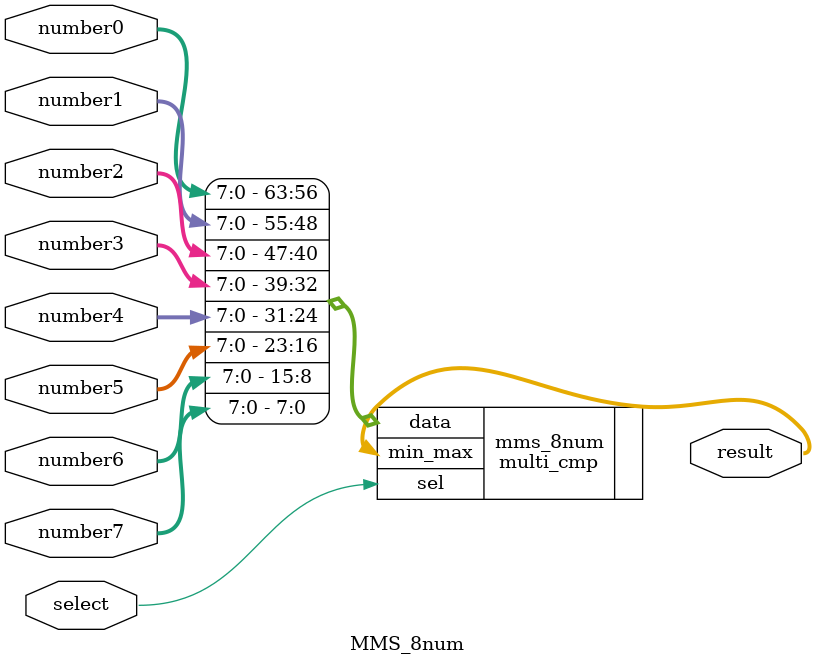
<source format=v>

module MMS_8num(result, select, number0, number1, number2, number3, number4, number5, number6, number7);

input        select;
input  [7:0] number0;
input  [7:0] number1;
input  [7:0] number2;
input  [7:0] number3;
input  [7:0] number4;
input  [7:0] number5;
input  [7:0] number6;
input  [7:0] number7;
output [7:0] result; 

multi_cmp #(.width(8),.size(8))
	mms_8num(.data({number0,number1,number2,number3,number4,number5,number6,number7}),.sel(select),.min_max(result));
/*
	Write Your Design Here ~
*/

endmodule

</source>
